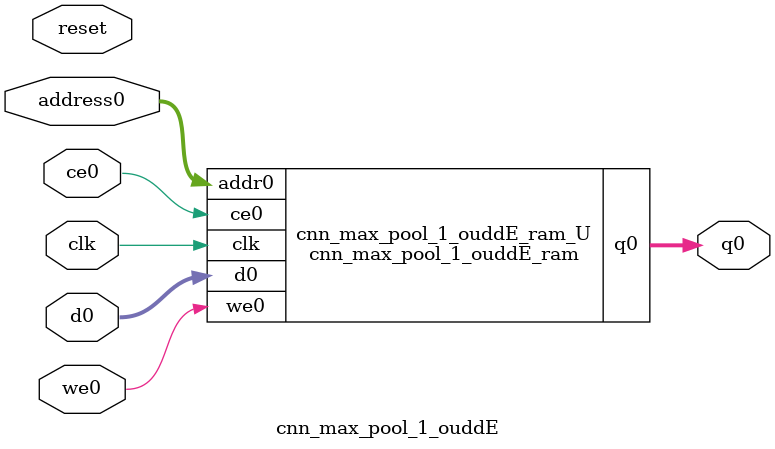
<source format=v>
`timescale 1 ns / 1 ps
module cnn_max_pool_1_ouddE_ram (addr0, ce0, d0, we0, q0,  clk);

parameter DWIDTH = 14;
parameter AWIDTH = 10;
parameter MEM_SIZE = 1014;

input[AWIDTH-1:0] addr0;
input ce0;
input[DWIDTH-1:0] d0;
input we0;
output reg[DWIDTH-1:0] q0;
input clk;

(* ram_style = "block" *)reg [DWIDTH-1:0] ram[0:MEM_SIZE-1];




always @(posedge clk)  
begin 
    if (ce0) 
    begin
        if (we0) 
        begin 
            ram[addr0] <= d0; 
        end 
        q0 <= ram[addr0];
    end
end


endmodule

`timescale 1 ns / 1 ps
module cnn_max_pool_1_ouddE(
    reset,
    clk,
    address0,
    ce0,
    we0,
    d0,
    q0);

parameter DataWidth = 32'd14;
parameter AddressRange = 32'd1014;
parameter AddressWidth = 32'd10;
input reset;
input clk;
input[AddressWidth - 1:0] address0;
input ce0;
input we0;
input[DataWidth - 1:0] d0;
output[DataWidth - 1:0] q0;



cnn_max_pool_1_ouddE_ram cnn_max_pool_1_ouddE_ram_U(
    .clk( clk ),
    .addr0( address0 ),
    .ce0( ce0 ),
    .we0( we0 ),
    .d0( d0 ),
    .q0( q0 ));

endmodule


</source>
